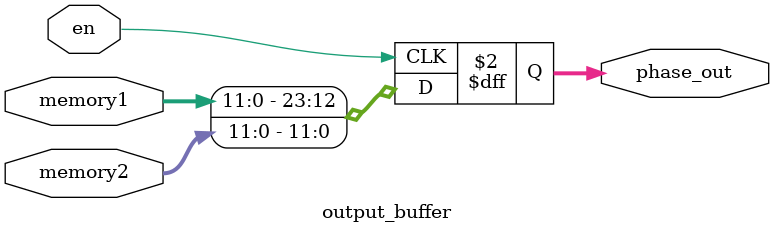
<source format=v>
`timescale 1ns/1ps
module output_buffer(memory1, memory2, en, phase_out);
  input [11:0] memory1,memory2;
  input en;
  output reg [23:0] phase_out;

  always@(posedge en) begin
    phase_out <= {memory1,memory2};
  end
endmodule // output_buffer

</source>
